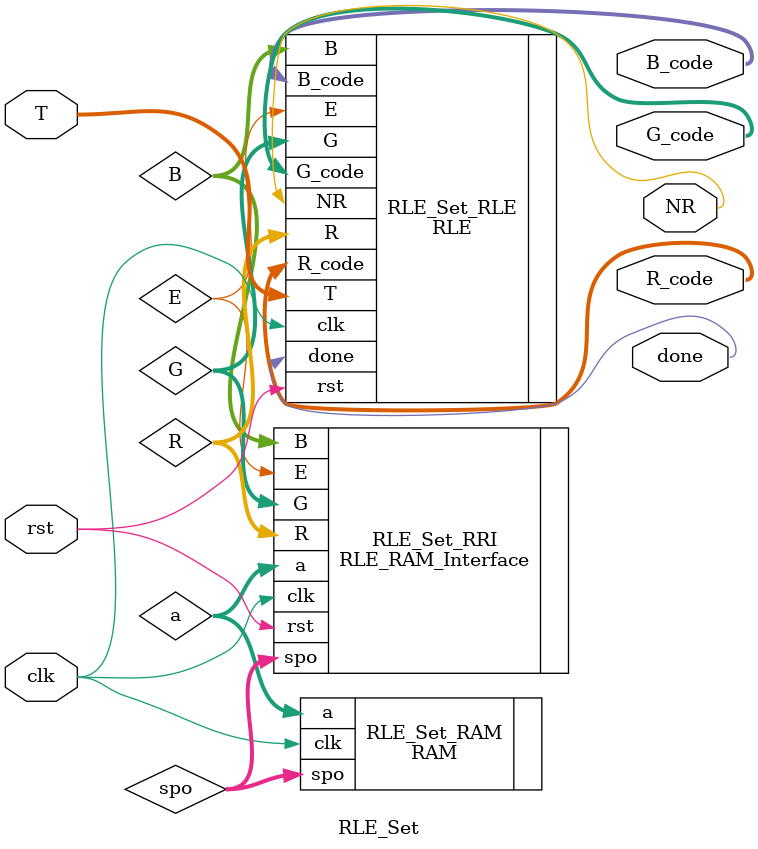
<source format=v>
`timescale 1ns / 1ps

module RLE_Set(clk, rst, T, done, NR, R_code, G_code, B_code);
	input clk, rst;
	input [7:0] T;
	output done, NR;
	output [15:0] R_code, G_code, B_code;
	
	parameter HOLD_CLK = 1;
	
	wire [15:0] a;
	wire [7:0] spo;
	wire E;
	wire [7:0] R, G, B;
		
	RAM RLE_Set_RAM (
	  .a(a),
	  .clk(clk),
	  .spo(spo)
	);	
	
	RLE_RAM_Interface RLE_Set_RRI (
		.rst(rst),
		.clk(clk),
		.a(a),
		.spo(spo),
		.E(E),
		.R(R),
		.G(G),
		.B(B)
	);
	defparam RLE_Set_RRI.HOLD_CLK = HOLD_CLK;
	
	RLE RLE_Set_RLE (
		.rst(rst),
		.clk(clk),
		.E(E),
		.T(T),
		.R(R),
		.G(G),
		.B(B),
		.R_code(R_code),
		.G_code(G_code),
		.B_code(B_code),
		.done(done),
		.NR(NR)
	);
endmodule

</source>
